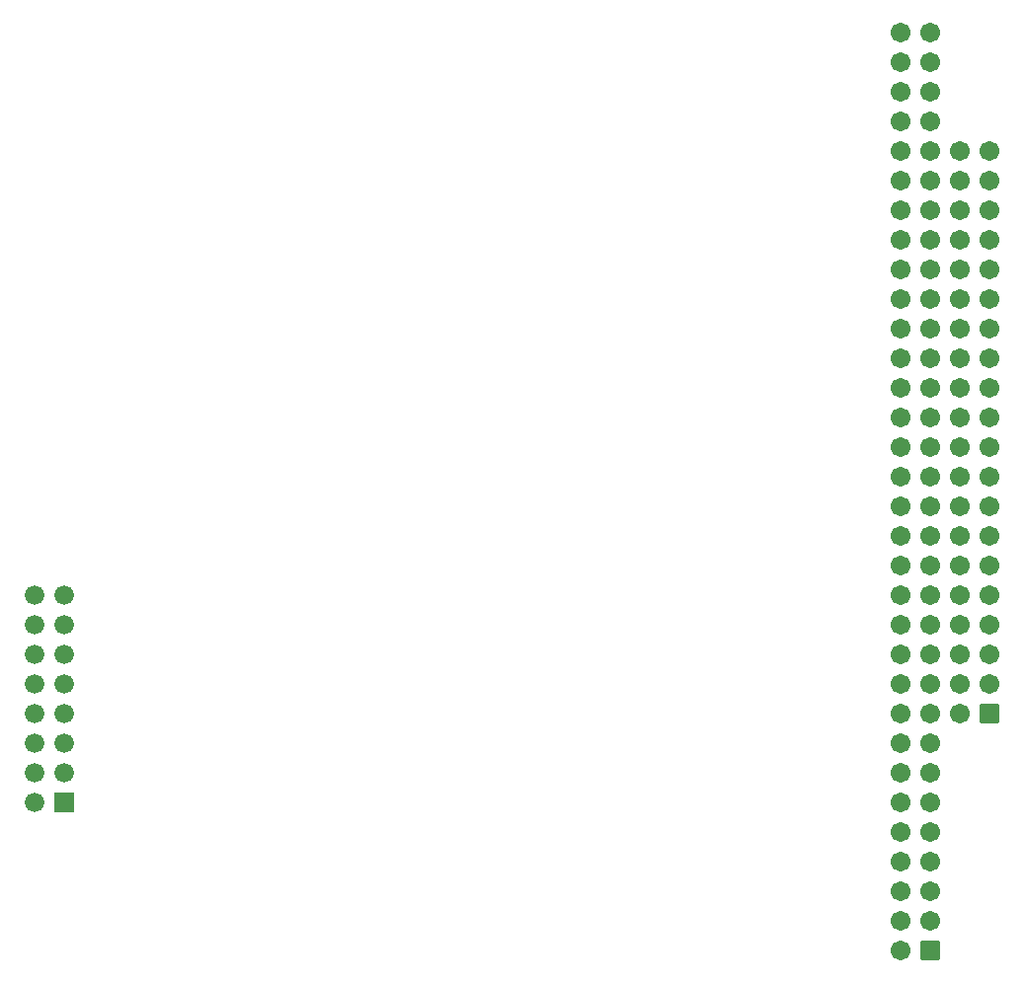
<source format=gts>
G04 Layer: TopSolderMaskLayer*
G04 EasyEDA v6.5.20, 2023-08-23 00:17:06*
G04 a67cddfb3fce44daa9051d46cbbcc19f,10*
G04 Gerber Generator version 0.2*
G04 Scale: 100 percent, Rotated: No, Reflected: No *
G04 Dimensions in millimeters *
G04 leading zeros omitted , absolute positions ,4 integer and 5 decimal *
%FSLAX45Y45*%
%MOMM*%

%AMMACRO1*1,1,$1,$2,$3*1,1,$1,$4,$5*1,1,$1,0-$2,0-$3*1,1,$1,0-$4,0-$5*20,1,$1,$2,$3,$4,$5,0*20,1,$1,$4,$5,0-$2,0-$3,0*20,1,$1,0-$2,0-$3,0-$4,0-$5,0*20,1,$1,0-$4,0-$5,$2,$3,0*4,1,4,$2,$3,$4,$5,0-$2,0-$3,0-$4,0-$5,$2,$3,0*%
%ADD10MACRO1,0.2032X-0.75X-0.75X-0.75X0.75*%
%ADD11C,1.7032*%
%ADD12C,1.6764*%
%ADD13R,1.6764X1.6764*%

%LPD*%
D10*
G01*
X8572500Y635000D03*
D11*
G01*
X8318500Y635000D03*
G01*
X8572500Y889000D03*
G01*
X8318500Y889000D03*
G01*
X8572500Y1143000D03*
G01*
X8318500Y1143000D03*
G01*
X8572500Y1397000D03*
G01*
X8318500Y1397000D03*
G01*
X8572500Y1651000D03*
G01*
X8318500Y1651000D03*
G01*
X8572500Y1905000D03*
G01*
X8318500Y1905000D03*
G01*
X8572500Y2159000D03*
G01*
X8318500Y2159000D03*
G01*
X8572500Y2413000D03*
G01*
X8318500Y2413000D03*
G01*
X8572500Y2667000D03*
G01*
X8318500Y2667000D03*
G01*
X8572500Y2921000D03*
G01*
X8318500Y2921000D03*
G01*
X8572500Y3175000D03*
G01*
X8318500Y3175000D03*
G01*
X8572500Y3429000D03*
G01*
X8318500Y3429000D03*
G01*
X8572500Y3683000D03*
G01*
X8318500Y3683000D03*
G01*
X8572500Y3937000D03*
G01*
X8318500Y3937000D03*
G01*
X8572500Y4191000D03*
G01*
X8318500Y4191000D03*
G01*
X8572500Y4445000D03*
G01*
X8318500Y4445000D03*
G01*
X8572500Y4699000D03*
G01*
X8318500Y4699000D03*
G01*
X8572500Y4953000D03*
G01*
X8318500Y4953000D03*
G01*
X8572500Y5207000D03*
G01*
X8318500Y5207000D03*
G01*
X8572500Y5461000D03*
G01*
X8318500Y5461000D03*
G01*
X8572500Y5715000D03*
G01*
X8318500Y5715000D03*
G01*
X8572500Y5969000D03*
G01*
X8318500Y5969000D03*
G01*
X8572500Y6223000D03*
G01*
X8318500Y6223000D03*
G01*
X8572500Y6477000D03*
G01*
X8318500Y6477000D03*
G01*
X8572500Y6731000D03*
G01*
X8318500Y6731000D03*
G01*
X8572500Y6985000D03*
G01*
X8318500Y6985000D03*
G01*
X8572500Y7239000D03*
G01*
X8318500Y7239000D03*
G01*
X8572500Y7493000D03*
G01*
X8318500Y7493000D03*
G01*
X8572500Y7747000D03*
G01*
X8318500Y7747000D03*
G01*
X8572500Y8001000D03*
G01*
X8318500Y8001000D03*
G01*
X8572500Y8255000D03*
G01*
X8318500Y8255000D03*
G01*
X8826500Y7493000D03*
G01*
X9080500Y7239000D03*
G01*
X8826500Y6985000D03*
G01*
X9080500Y6985000D03*
G01*
X8826500Y6731000D03*
G01*
X9080500Y6731000D03*
G01*
X8826500Y6477000D03*
G01*
X9080500Y6477000D03*
G01*
X8826500Y6223000D03*
G01*
X9080500Y6223000D03*
G01*
X8826500Y5969000D03*
G01*
X9080500Y5969000D03*
G01*
X8826500Y5715000D03*
G01*
X9080500Y5715000D03*
G01*
X8826500Y5461000D03*
G01*
X9080500Y5461000D03*
G01*
X8826500Y5207000D03*
G01*
X9080500Y5207000D03*
G01*
X8826500Y4953000D03*
G01*
X9080500Y4953000D03*
G01*
X8826500Y4699000D03*
G01*
X9080500Y4699000D03*
G01*
X8826500Y4445000D03*
G01*
X9080500Y4445000D03*
G01*
X8826500Y4191000D03*
G01*
X9080500Y4191000D03*
G01*
X8826500Y3937000D03*
G01*
X9080500Y3937000D03*
G01*
X8826500Y3683000D03*
G01*
X9080500Y3683000D03*
G01*
X8826500Y3429000D03*
G01*
X9080500Y3429000D03*
G01*
X8826500Y3175000D03*
G01*
X9080500Y3175000D03*
G01*
X8826500Y2921000D03*
G01*
X9080500Y2921000D03*
G01*
X8826500Y2667000D03*
D10*
G01*
X9080500Y2667000D03*
D11*
G01*
X8318500Y8509000D03*
G01*
X8572500Y8509000D03*
G01*
X9080500Y7493000D03*
G01*
X8826500Y7239000D03*
D12*
G01*
X889000Y3683000D03*
G01*
X1143000Y3683000D03*
G01*
X889000Y3429000D03*
G01*
X1143000Y3429000D03*
G01*
X889000Y3175000D03*
G01*
X1143000Y3175000D03*
G01*
X889000Y2921000D03*
G01*
X1143000Y2921000D03*
G01*
X889000Y2667000D03*
G01*
X1143000Y2667000D03*
G01*
X889000Y2413000D03*
G01*
X1143000Y2413000D03*
G01*
X889000Y2159000D03*
G01*
X1143000Y2159000D03*
G01*
X889000Y1905000D03*
D13*
G01*
X1143000Y1905000D03*
M02*

</source>
